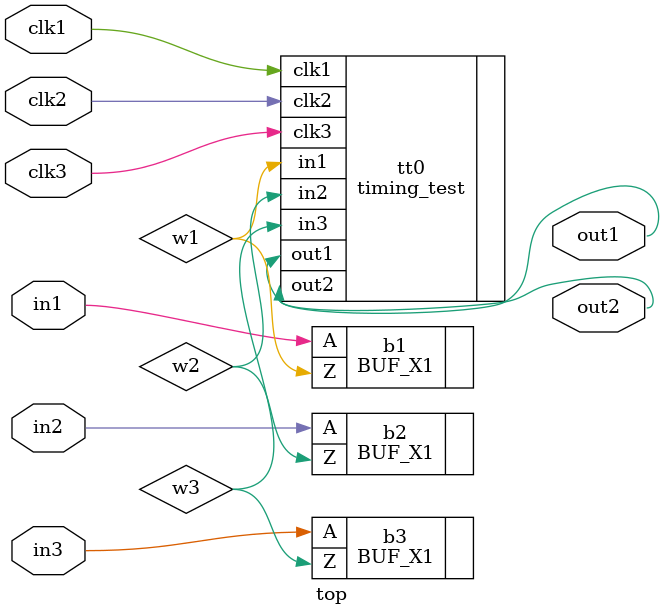
<source format=v>
module top (in1, in2, in3, clk1, clk2, clk3, out1, out2);
  
  input in1, in2, in3, clk1, clk2, clk3;
  output out1, out2;
  wire w1, w2, w3;

  BUF_X1 b1 (.A(in1), .Z(w1));
  BUF_X1 b2 (.A(in2), .Z(w2));
  BUF_X1 b3 (.A(in3), .Z(w3));

  timing_test tt0(.in1(w1), .in2(w2), .in3(w3), .clk1(clk1), .clk2(clk2), .clk3(clk3), .out1(out1), .out2(out2));

endmodule // top

</source>
